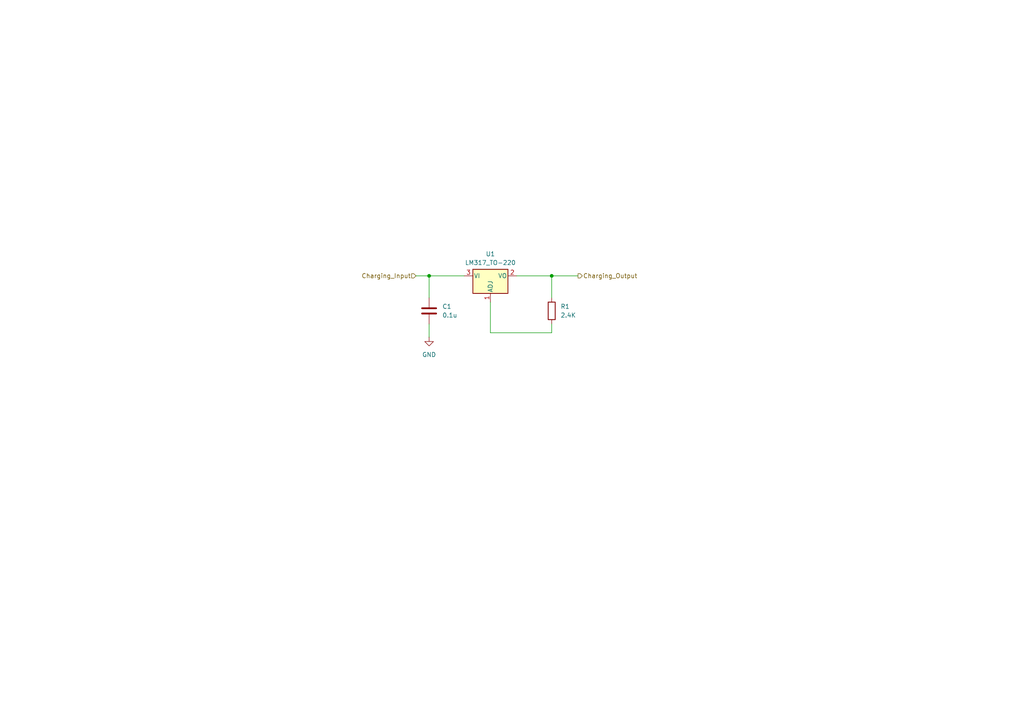
<source format=kicad_sch>
(kicad_sch (version 20231120) (generator "eeschema") (generator_version "8.0")
  (paper "A4")
  (lib_symbols
    (symbol "Device:C" (pin_numbers hide) (pin_names (offset 0.254))
      (property "Reference" "C" (at 0.635 2.54 0))
      (property "Value" "C" (at 0.635 -2.54 0))
      (symbol "C_0_1"
        (polyline (pts (xy -2.032 -0.762) (xy 2.032 -0.762)) (stroke (width 0.508)))
        (polyline (pts (xy -2.032 0.762) (xy 2.032 0.762)) (stroke (width 0.508)))
      )
      (symbol "C_1_1"
        (pin passive line (at 0 3.81 270) (length 2.794) (name "~") (number "1"))
        (pin passive line (at 0 -3.81 90) (length 2.794) (name "~") (number "2"))
      )
    )
    (symbol "Device:R" (pin_numbers hide) (pin_names (offset 0))
      (property "Reference" "R" (at 2.032 0 90))
      (property "Value" "R" (at 0 0 90))
      (symbol "R_0_1"
        (rectangle (start -1.016 -2.54) (end 1.016 2.54) (stroke (width 0.254)))
      )
      (symbol "R_1_1"
        (pin passive line (at 0 3.81 270) (length 1.27) (name "~") (number "1"))
        (pin passive line (at 0 -3.81 90) (length 1.27) (name "~") (number "2"))
      )
    )
    (symbol "Regulator_Linear:LM317_TO-220" (pin_names (offset 0.254))
      (property "Reference" "U" (at -3.81 3.175 0))
      (property "Value" "LM317_TO-220" (at 0 3.175 0))
      (symbol "LM317_TO-220_0_1"
        (rectangle (start -5.08 1.905) (end 5.08 -5.08) (stroke (width 0.254)) (fill (type background)))
      )
      (symbol "LM317_TO-220_1_1"
        (pin input line (at 0 -7.62 90) (length 2.54) (name "ADJ") (number "1"))
        (pin power_out line (at 7.62 0 180) (length 2.54) (name "VO") (number "2"))
        (pin power_in line (at -7.62 0 0) (length 2.54) (name "VI") (number "3"))
      )
    )
    (symbol "power:GND" (power) (pin_numbers hide) (pin_names (offset 0) hide)
      (property "Value" "GND" (at 0 -3.81 0))
      (symbol "GND_0_1"
        (polyline (pts (xy 0 0) (xy 0 -1.27) (xy 1.27 -1.27) (xy 0 -2.54) (xy -1.27 -1.27) (xy 0 -1.27)))
      )
      (symbol "GND_1_1"
        (pin power_in line (at 0 0 270) (length 0) (name "~") (number "1"))
      )
    )
  )
  (junction (at 160.02 80.01))
  (junction (at 124.46 80.01))
  (wire (pts (xy 142.24 87.63) (xy 142.24 96.52)))
  (wire (pts (xy 124.46 80.01) (xy 124.46 86.36)))
  (wire (pts (xy 160.02 96.52) (xy 160.02 93.98)))
  (wire (pts (xy 124.46 80.01) (xy 134.62 80.01)))
  (wire (pts (xy 160.02 80.01) (xy 160.02 86.36)))
  (wire (pts (xy 124.46 93.98) (xy 124.46 97.79)))
  (wire (pts (xy 149.86 80.01) (xy 160.02 80.01)))
  (wire (pts (xy 160.02 80.01) (xy 167.64 80.01)))
  (wire (pts (xy 120.65 80.01) (xy 124.46 80.01)))
  (wire (pts (xy 142.24 96.52) (xy 160.02 96.52)))
  (hierarchical_label "Charging_Input" (shape input) (at 120.65 80.01 180))
  (hierarchical_label "Charging_Output" (shape output) (at 167.64 80.01 0))
  (symbol (lib_id "Device:R") (at 160.02 90.17 0) (unit 1)
    (property "Reference" "R1" (at 162.56 88.8999 0) (effects (justify left)))
    (property "Value" "2.4K" (at 162.56 91.4399 0) (effects (justify left)))
    (property "Description" "Resistor" (effects (hide yes)))
  )
  (symbol (lib_id "power:GND") (at 124.46 97.79 0) (unit 1)
    (property "Reference" "#PWR1" (effects (hide yes)))
    (property "Value" "GND" (at 124.46 102.87 0))
    (property "Description" "Power symbol creates a global label with name \"GND\" , ground" (effects (hide yes)))
  )
  (symbol (lib_id "Device:C") (at 124.46 90.17 0) (unit 1)
    (property "Reference" "C1" (at 128.27 88.8999 0) (effects (justify left)))
    (property "Value" "0.1u" (at 128.27 91.4399 0) (effects (justify left)))
    (property "Description" "Unpolarized capacitor" (effects (hide yes)))
  )
  (symbol (lib_id "Regulator_Linear:LM317_TO-220") (at 142.24 80.01 0) (unit 1)
    (property "Reference" "U1" (at 142.24 73.66 0))
    (property "Value" "LM317_TO-220" (at 142.24 76.2 0))
    (property "Footprint" "Package_TO_SOT_THT:TO-220-3_Vertical" (effects (hide yes)))
    (property "Datasheet" "http://www.ti.com/lit/ds/symlink/lm317.pdf" (effects (hide yes)))
    (property "Description" "1.5A 35V Adjustable Linear Regulator, TO-220" (effects (hide yes)))
  )
)
</source>
